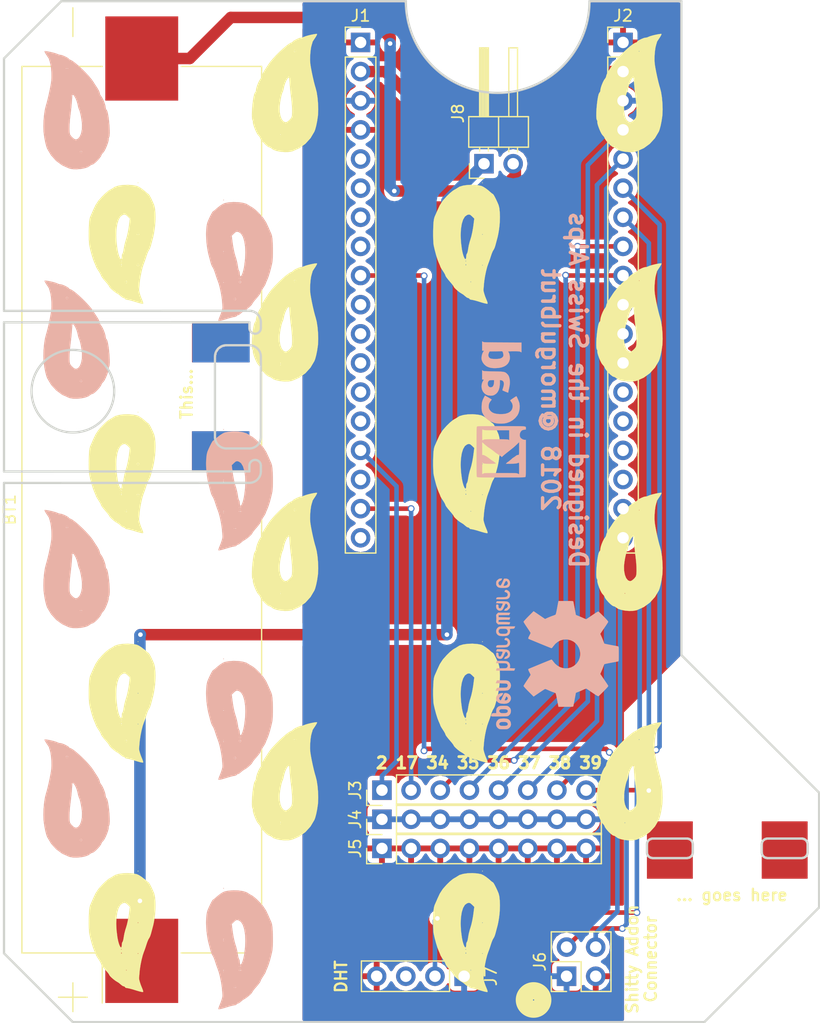
<source format=kicad_pcb>
(kicad_pcb (version 4) (host pcbnew 4.0.7)
  (layers (0 F.Cu signal) (31 B.Cu signal) (34 B.Paste user) (35 F.Paste user) (36 B.SilkS user) (37 F.SilkS user) (38 B.Mask user) (39 F.Mask user) (44 Edge.Cuts user))
  (net 0 "")
  (net 1 GND)
  (net 2 +5V)
  (net 3 +3V3)
  (net 4 "Net-(J1-Pad5)")
  (net 5 "Net-(J1-Pad6)")
  (net 6 "Net-(J1-Pad7)")
  (net 7 "Net-(J1-Pad8)")
  (net 8 SCL)
  (net 9 "Net-(J1-Pad10)")
  (net 10 23)
  (net 11 "Net-(J1-Pad12)")
  (net 12 "Net-(J1-Pad13)")
  (net 13 "Net-(J1-Pad14)")
  (net 14 2)
  (net 15 "Net-(J1-Pad16)")
  (net 16 17)
  (net 17 "Net-(J1-Pad18)")
  (net 18 36)
  (net 19 37)
  (net 20 38)
  (net 21 39)
  (net 22 34)
  (net 23 35)
  (net 24 "Net-(J2-Pad10)")
  (net 25 "Net-(J2-Pad11)")
  (net 26 DAC2)
  (net 27 "Net-(J2-Pad13)")
  (net 28 "Net-(J2-Pad14)")
  (net 29 "Net-(J2-Pad15)")
  (net 30 12)
  (net 31 DHT_D)
  (net 32 SDA)
  (net 33 "Net-(J7-Pad3)")
  (net 34 "Net-(BT1-Pad1)")
  (net 35 "Net-(BT1-Pad2)")
  (module Libs:gl_1 (layer F.Cu) (at 136.3 91 90)
    (fp_text reference G*** hide)
    (fp_text value LOGO hide)
  )
  (module Libs:gl_1 (layer F.Cu) (at 136.3 111 90)
    (fp_text reference G*** hide)
    (fp_text value LOGO hide)
  )
  (module Libs:gl_2 (layer F.Cu) (at 136.3 91 90)
    (fp_text reference G*** hide)
    (fp_text value LOGO hide)
  )
  (module Libs:gl_1 (layer F.Cu) (at 106.3 91 90)
    (fp_text reference G*** hide)
    (fp_text value LOGO hide)
  )
  (module Libs:gl_2 (layer F.Cu) (at 106.3 91 90)
    (fp_text reference G*** hide)
    (fp_text value LOGO hide)
  )
  (module Libs:gl_1 (layer F.Cu) (at 106.3 111 90)
    (fp_text reference G*** hide)
    (fp_text value LOGO hide)
  )
  (module Libs:gl_2 (layer F.Cu) (at 136.3 111 90)
    (fp_text reference G*** hide)
    (fp_text value LOGO hide)
  )
  (module Libs:gl_2 (layer F.Cu) (at 106.3 111 90)
    (fp_text reference G*** hide)
    (fp_text value LOGO hide)
  )
  (module Libs:gl_2 (layer F.Cu) (at 136.3 131 90)
    (fp_text reference G*** hide)
    (fp_text value LOGO hide)
  )
  (module Libs:gl_1 (layer F.Cu) (at 136.3 131 90)
    (fp_text reference G*** hide)
    (fp_text value LOGO hide)
  )
  (module Libs:gl_2 (layer F.Cu) (at 136.3 151 90)
    (fp_text reference G*** hide)
    (fp_text value LOGO hide)
  )
  (module Libs:gl_1 (layer F.Cu) (at 136.3 151 90)
    (fp_text reference G*** hide)
    (fp_text value LOGO hide)
  )
  (module Libs:gl_2 (layer F.Cu) (at 106.3 131 90)
    (fp_text reference G*** hide)
    (fp_text value LOGO hide)
  )
  (module Libs:gl_1 (layer F.Cu) (at 106.3 131 90)
    (fp_text reference G*** hide)
    (fp_text value LOGO hide)
  )
  (module Libs:gl_2 (layer B.Cu) (at 102.5 92.5 90)
    (fp_text reference G*** hide)
    (fp_text value LOGO hide)
  )
  (module Libs:gl_2 (layer B.Cu) (at 102.5 112.5 90)
    (fp_text reference G*** hide)
    (fp_text value LOGO hide)
  )
  (module Libs:gl_2 (layer B.Cu) (at 102.5 132.5 90)
    (fp_text reference G*** hide)
    (fp_text value LOGO hide)
  )
  (module Libs:gl_1 (layer B.Cu) (at 102.5 92.5 90)
    (fp_text reference G*** hide)
    (fp_text value LOGO hide)
  )
  (module Libs:gl_1 (layer B.Cu) (at 102.5 112.5 90)
    (fp_text reference G*** hide)
    (fp_text value LOGO hide)
  )
  (module Libs:gl_1 (layer B.Cu) (at 102.5 132.5 90)
    (fp_text reference G*** hide)
    (fp_text value LOGO hide)
  )
  (module Socket_Strips:Socket_Strip_Straight_1x18_Pitch2.54mm (layer F.Cu) (at 120.06 79.6)
    (fp_text reference J1 (at 0 -2.33) (layer F.SilkS))
    (fp_text value Conn_01x18_Female)
    (pad 1 thru_hole rect (at 0 0) (size 1.7 1.7) (drill 1) (layers *.Cu *.Mask) (net 1 GND))
    (pad 2 thru_hole oval (at 0 2.54) (size 1.7 1.7) (drill 1) (layers *.Cu *.Mask) (net 2 +5V))
    (pad 3 thru_hole oval (at 0 5.08) (size 1.7 1.7) (drill 1) (layers *.Cu *.Mask) (net 3 +3V3))
    (pad 4 thru_hole oval (at 0 7.62) (size 1.7 1.7) (drill 1) (layers *.Cu *.Mask) (net 1 GND))
    (pad 5 thru_hole oval (at 0 10.16) (size 1.7 1.7) (drill 1) (layers *.Cu *.Mask) (net 4 "Net-(J1-Pad5)"))
    (pad 6 thru_hole oval (at 0 12.7) (size 1.7 1.7) (drill 1) (layers *.Cu *.Mask) (net 5 "Net-(J1-Pad6)"))
    (pad 7 thru_hole oval (at 0 15.24) (size 1.7 1.7) (drill 1) (layers *.Cu *.Mask) (net 6 "Net-(J1-Pad7)"))
    (pad 8 thru_hole oval (at 0 17.78) (size 1.7 1.7) (drill 1) (layers *.Cu *.Mask) (net 7 "Net-(J1-Pad8)"))
    (pad 9 thru_hole oval (at 0 20.32) (size 1.7 1.7) (drill 1) (layers *.Cu *.Mask) (net 8 SCL))
    (pad 10 thru_hole oval (at 0 22.86) (size 1.7 1.7) (drill 1) (layers *.Cu *.Mask) (net 9 "Net-(J1-Pad10)"))
    (pad 11 thru_hole oval (at 0 25.4) (size 1.7 1.7) (drill 1) (layers *.Cu *.Mask) (net 10 23))
    (pad 12 thru_hole oval (at 0 27.94) (size 1.7 1.7) (drill 1) (layers *.Cu *.Mask) (net 11 "Net-(J1-Pad12)"))
    (pad 13 thru_hole oval (at 0 30.48) (size 1.7 1.7) (drill 1) (layers *.Cu *.Mask) (net 12 "Net-(J1-Pad13)"))
    (pad 14 thru_hole oval (at 0 33.02) (size 1.7 1.7) (drill 1) (layers *.Cu *.Mask) (net 13 "Net-(J1-Pad14)"))
    (pad 15 thru_hole oval (at 0 35.56) (size 1.7 1.7) (drill 1) (layers *.Cu *.Mask) (net 14 2))
    (pad 16 thru_hole oval (at 0 38.1) (size 1.7 1.7) (drill 1) (layers *.Cu *.Mask) (net 15 "Net-(J1-Pad16)"))
    (pad 17 thru_hole oval (at 0 40.64) (size 1.7 1.7) (drill 1) (layers *.Cu *.Mask) (net 16 17))
    (pad 18 thru_hole oval (at 0 43.18) (size 1.7 1.7) (drill 1) (layers *.Cu *.Mask) (net 17 "Net-(J1-Pad18)"))
  )
  (module Socket_Strips:Socket_Strip_Straight_1x18_Pitch2.54mm (layer F.Cu) (at 142.92 79.6)
    (fp_text reference J2 (at 0 -2.33) (layer F.SilkS))
    (fp_text value Conn_01x18_Female)
    (pad 1 thru_hole rect (at 0 0) (size 1.7 1.7) (drill 1) (layers *.Cu *.Mask) (net 1 GND))
    (pad 2 thru_hole oval (at 0 2.54) (size 1.7 1.7) (drill 1) (layers *.Cu *.Mask) (net 2 +5V))
    (pad 3 thru_hole oval (at 0 5.08) (size 1.7 1.7) (drill 1) (layers *.Cu *.Mask) (net 3 +3V3))
    (pad 4 thru_hole oval (at 0 7.62) (size 1.7 1.7) (drill 1) (layers *.Cu *.Mask) (net 18 36))
    (pad 5 thru_hole oval (at 0 10.16) (size 1.7 1.7) (drill 1) (layers *.Cu *.Mask) (net 19 37))
    (pad 6 thru_hole oval (at 0 12.7) (size 1.7 1.7) (drill 1) (layers *.Cu *.Mask) (net 20 38))
    (pad 7 thru_hole oval (at 0 15.24) (size 1.7 1.7) (drill 1) (layers *.Cu *.Mask) (net 21 39))
    (pad 8 thru_hole oval (at 0 17.78) (size 1.7 1.7) (drill 1) (layers *.Cu *.Mask) (net 22 34))
    (pad 9 thru_hole oval (at 0 20.32) (size 1.7 1.7) (drill 1) (layers *.Cu *.Mask) (net 23 35))
    (pad 10 thru_hole oval (at 0 22.86) (size 1.7 1.7) (drill 1) (layers *.Cu *.Mask) (net 24 "Net-(J2-Pad10)"))
    (pad 11 thru_hole oval (at 0 25.4) (size 1.7 1.7) (drill 1) (layers *.Cu *.Mask) (net 25 "Net-(J2-Pad11)"))
    (pad 12 thru_hole oval (at 0 27.94) (size 1.7 1.7) (drill 1) (layers *.Cu *.Mask) (net 26 DAC2))
    (pad 13 thru_hole oval (at 0 30.48) (size 1.7 1.7) (drill 1) (layers *.Cu *.Mask) (net 27 "Net-(J2-Pad13)"))
    (pad 14 thru_hole oval (at 0 33.02) (size 1.7 1.7) (drill 1) (layers *.Cu *.Mask) (net 28 "Net-(J2-Pad14)"))
    (pad 15 thru_hole oval (at 0 35.56) (size 1.7 1.7) (drill 1) (layers *.Cu *.Mask) (net 29 "Net-(J2-Pad15)"))
    (pad 16 thru_hole oval (at 0 38.1) (size 1.7 1.7) (drill 1) (layers *.Cu *.Mask) (net 30 12))
    (pad 17 thru_hole oval (at 0 40.64) (size 1.7 1.7) (drill 1) (layers *.Cu *.Mask) (net 31 DHT_D))
    (pad 18 thru_hole oval (at 0 43.18) (size 1.7 1.7) (drill 1) (layers *.Cu *.Mask) (net 32 SDA))
  )
  (module Pin_Headers:Pin_Header_Straight_1x08_Pitch2.54mm (layer F.Cu) (at 121.92 144.78 90)
    (fp_text reference J3 (at 0 -2.33 90) (layer F.SilkS))
    (fp_text value Conn_01x08)
    (pad 1 thru_hole rect (at 0 0 90) (size 1.7 1.7) (drill 1) (layers *.Cu *.Mask) (net 14 2))
    (pad 2 thru_hole oval (at 0 2.54 90) (size 1.7 1.7) (drill 1) (layers *.Cu *.Mask) (net 16 17))
    (pad 3 thru_hole oval (at 0 5.08 90) (size 1.7 1.7) (drill 1) (layers *.Cu *.Mask) (net 22 34))
    (pad 4 thru_hole oval (at 0 7.62 90) (size 1.7 1.7) (drill 1) (layers *.Cu *.Mask) (net 23 35))
    (pad 5 thru_hole oval (at 0 10.16 90) (size 1.7 1.7) (drill 1) (layers *.Cu *.Mask) (net 18 36))
    (pad 6 thru_hole oval (at 0 12.7 90) (size 1.7 1.7) (drill 1) (layers *.Cu *.Mask) (net 19 37))
    (pad 7 thru_hole oval (at 0 15.24 90) (size 1.7 1.7) (drill 1) (layers *.Cu *.Mask) (net 20 38))
    (pad 8 thru_hole oval (at 0 17.78 90) (size 1.7 1.7) (drill 1) (layers *.Cu *.Mask) (net 21 39))
  )
  (module Pin_Headers:Pin_Header_Straight_1x08_Pitch2.54mm (layer F.Cu) (at 121.92 147.32 90)
    (fp_text reference J4 (at 0 -2.33 90) (layer F.SilkS))
    (fp_text value Conn_01x08)
    (pad 1 thru_hole rect (at 0 0 90) (size 1.7 1.7) (drill 1) (layers *.Cu *.Mask) (net 3 +3V3))
    (pad 2 thru_hole oval (at 0 2.54 90) (size 1.7 1.7) (drill 1) (layers *.Cu *.Mask) (net 3 +3V3))
    (pad 3 thru_hole oval (at 0 5.08 90) (size 1.7 1.7) (drill 1) (layers *.Cu *.Mask) (net 3 +3V3))
    (pad 4 thru_hole oval (at 0 7.62 90) (size 1.7 1.7) (drill 1) (layers *.Cu *.Mask) (net 3 +3V3))
    (pad 5 thru_hole oval (at 0 10.16 90) (size 1.7 1.7) (drill 1) (layers *.Cu *.Mask) (net 3 +3V3))
    (pad 6 thru_hole oval (at 0 12.7 90) (size 1.7 1.7) (drill 1) (layers *.Cu *.Mask) (net 3 +3V3))
    (pad 7 thru_hole oval (at 0 15.24 90) (size 1.7 1.7) (drill 1) (layers *.Cu *.Mask) (net 3 +3V3))
    (pad 8 thru_hole oval (at 0 17.78 90) (size 1.7 1.7) (drill 1) (layers *.Cu *.Mask) (net 3 +3V3))
  )
  (module Pin_Headers:Pin_Header_Straight_1x08_Pitch2.54mm (layer F.Cu) (at 121.92 149.86 90)
    (fp_text reference J5 (at 0 -2.33 90) (layer F.SilkS))
    (fp_text value Conn_01x08)
    (pad 1 thru_hole rect (at 0 0 90) (size 1.7 1.7) (drill 1) (layers *.Cu *.Mask) (net 1 GND))
    (pad 2 thru_hole oval (at 0 2.54 90) (size 1.7 1.7) (drill 1) (layers *.Cu *.Mask) (net 1 GND))
    (pad 3 thru_hole oval (at 0 5.08 90) (size 1.7 1.7) (drill 1) (layers *.Cu *.Mask) (net 1 GND))
    (pad 4 thru_hole oval (at 0 7.62 90) (size 1.7 1.7) (drill 1) (layers *.Cu *.Mask) (net 1 GND))
    (pad 5 thru_hole oval (at 0 10.16 90) (size 1.7 1.7) (drill 1) (layers *.Cu *.Mask) (net 1 GND))
    (pad 6 thru_hole oval (at 0 12.7 90) (size 1.7 1.7) (drill 1) (layers *.Cu *.Mask) (net 1 GND))
    (pad 7 thru_hole oval (at 0 15.24 90) (size 1.7 1.7) (drill 1) (layers *.Cu *.Mask) (net 1 GND))
    (pad 8 thru_hole oval (at 0 17.78 90) (size 1.7 1.7) (drill 1) (layers *.Cu *.Mask) (net 1 GND))
  )
  (module Pin_Headers:Pin_Header_Straight_2x02_Pitch2.54mm (layer F.Cu) (at 138 161 90)
    (fp_text reference J6 (at 1.27 -2.33 90) (layer F.SilkS))
    (fp_text value Conn_02x02_Top_Bottom)
    (pad 1 thru_hole rect (at 0 0 90) (size 1.7 1.7) (drill 1) (layers *.Cu *.Mask) (net 3 +3V3))
    (pad 2 thru_hole oval (at 2.54 0 90) (size 1.7 1.7) (drill 1) (layers *.Cu *.Mask) (net 32 SDA))
    (pad 3 thru_hole oval (at 0 2.54 90) (size 1.7 1.7) (drill 1) (layers *.Cu *.Mask) (net 1 GND))
    (pad 4 thru_hole oval (at 2.54 2.54 90) (size 1.7 1.7) (drill 1) (layers *.Cu *.Mask) (net 8 SCL))
  )
  (module Pin_Headers:Pin_Header_Straight_1x04_Pitch2.54mm (layer F.Cu) (at 129.08 161 270)
    (fp_text reference J7 (at 0 -2.33 270) (layer F.SilkS))
    (fp_text value Conn_01x04)
    (pad 1 thru_hole rect (at 0 0 270) (size 1.7 1.7) (drill 1) (layers *.Cu *.Mask) (net 3 +3V3))
    (pad 2 thru_hole oval (at 0 2.54 270) (size 1.7 1.7) (drill 1) (layers *.Cu *.Mask) (net 31 DHT_D))
    (pad 3 thru_hole oval (at 0 5.08 270) (size 1.7 1.7) (drill 1) (layers *.Cu *.Mask) (net 33 "Net-(J7-Pad3)"))
    (pad 4 thru_hole oval (at 0 7.62 270) (size 1.7 1.7) (drill 1) (layers *.Cu *.Mask) (net 1 GND))
  )
  (module Battery_Holders:Keystone_1042_1x18650 (layer F.Cu) (at 101 120.33 90)
    (fp_text reference BT1 (at 0 -11.5 90) (layer F.SilkS))
    (fp_text value Battery_Cell)
    (pad 1 smd rect (at -39.33 0 90) (size 7.34 6.35) (layers F.Cu F.Paste F.Mask) (net 34 "Net-(BT1-Pad1)"))
    (pad 2 smd rect (at 39.33 0 90) (size 7.34 6.35) (layers F.Cu F.Paste F.Mask) (net 35 "Net-(BT1-Pad2)"))
    (pad "" np_thru_hole circle (at 27.6 -8 90) (size 3.45 3.45) (drill 3.45) (layers *.Cu *.Mask))
    (pad "" np_thru_hole circle (at -27.6 8 90) (size 3.45 3.45) (drill 3.45) (layers *.Cu *.Mask))
    (pad "" np_thru_hole circle (at -35.93 -8 90) (size 2.39 2.39) (drill 2.39) (layers *.Cu *.Mask))
  )
  (module Pin_Headers:Pin_Header_Angled_1x02_Pitch2.54mm (layer F.Cu) (at 130.81 90.17 90)
    (fp_text reference J8 (at 4.385 -2.27 90) (layer F.SilkS))
    (fp_text value Conn_01x02)
    (pad 1 thru_hole rect (at 0 0 90) (size 1.7 1.7) (drill 1) (layers *.Cu *.Mask) (net 34 "Net-(BT1-Pad1)"))
    (pad 2 thru_hole oval (at 0 2.54 90) (size 1.7 1.7) (drill 1) (layers *.Cu *.Mask) (net 35 "Net-(BT1-Pad2)"))
  )
  (module Symbols:OSHW-Logo2_14.6x12mm_SilkScreen (layer B.Cu) (at 137 132.9 90)
    (fp_text reference REF*** hide)
    (fp_text value OSHW-Logo2_14.6x12mm_SilkScreen hide)
  )
  (module Symbols:Symbol_KiCAD-Logo_CopperAndSilkScreenTop (layer B.Cu) (at 132.5 111.6 90)
    (fp_text reference REF** hide)
    (fp_text value "KiCAD Logo" hide)
  )
  (module Libs:gl_1 (layer B.Cu) (at 102.5 152.5 90)
    (fp_text reference G*** hide)
    (fp_text value LOGO hide)
  )
  (module Libs:gl_2 (layer B.Cu) (at 102.5 152.5 90)
    (fp_text reference G*** hide)
    (fp_text value LOGO hide)
  )
  (module Libs:gl_2 (layer F.Cu) (at 106.3 151 90)
    (fp_text reference G*** hide)
    (fp_text value LOGO hide)
  )
  (module Libs:gl_1 (layer F.Cu) (at 106.3 151 90)
    (fp_text reference G*** hide)
    (fp_text value LOGO hide)
  )
  (gr_text "... goes here" (at 152.4 153.924) (layer F.SilkS) (effects (font (size 1 1) (thickness 0.2))))
  (gr_text This... (at 104.902 110.236 90) (layer F.SilkS) (effects (font (size 1 1) (thickness 0.2))))
  (gr_text DHT (at 118.364 161.036 90) (layer F.SilkS) (effects (font (size 1 1) (thickness 0.2))))
  (gr_text "Shitty Addon\nConnector" (at 144.526 159.512 90) (layer F.SilkS) (effects (font (size 1 1) (thickness 0.2))))
  (gr_circle (center 135.128 163.068) (end 135.89 163.322) (layer F.SilkS) (width 1.5))
  (gr_text "Designed in the Swiss Alps\n2018 @morgulbrut" (at 137.8 109.9 270) (layer B.SilkS) (effects (font (size 1.5 1.5) (thickness 0.3)) (justify mirror)))
  (gr_text "2 17 34 35 36 37 38 39" (at 131.2418 142.4051) (layer F.SilkS) (effects (font (size 1 1) (thickness 0.25))))
  (gr_arc (start 132 76) (end 140 76) (angle 180) (layer Edge.Cuts) (width 0.2))
  (gr_line (start 89 103) (end 89 81) (layer Edge.Cuts) (width 0.2))
  (gr_line (start 148 76) (end 140 76) (layer Edge.Cuts) (width 0.2))
  (gr_line (start 148 133) (end 148 76) (layer Edge.Cuts) (width 0.2))
  (gr_line (start 160 145) (end 148 133) (layer Edge.Cuts) (width 0.2))
  (gr_line (start 160 155) (end 160 145) (layer Edge.Cuts) (width 0.2))
  (gr_line (start 150 165) (end 160 155) (layer Edge.Cuts) (width 0.2))
  (gr_line (start 95 165) (end 150 165) (layer Edge.Cuts) (width 0.2))
  (gr_line (start 89 159) (end 95 165) (layer Edge.Cuts) (width 0.2))
  (gr_line (start 89 118) (end 89 159) (layer Edge.Cuts) (width 0.2))
  (gr_line (start 94 76) (end 89 81) (layer Edge.Cuts) (width 0.2))
  (gr_line (start 124 76) (end 94 76) (layer Edge.Cuts) (width 0.2))
  (gr_circle (center 95 110) (end 98.6 110) (layer Edge.Cuts) (width 0.2))
  (gr_line (start 155 149.5) (end 155 150.2) (layer Edge.Cuts) (width 0.2))
  (gr_arc (start 155.5 150.2) (end 155.5 150.7) (angle 90) (layer Edge.Cuts) (width 0.2))
  (gr_arc (start 155.5 149.5) (end 155 149.5) (angle 90) (layer Edge.Cuts) (width 0.2))
  (gr_line (start 149 149.5) (end 149 150.2) (layer Edge.Cuts) (width 0.2))
  (gr_arc (start 148.5 150.2) (end 149 150.2) (angle 90) (layer Edge.Cuts) (width 0.2))
  (gr_arc (start 148.5 149.5) (end 148.5 149) (angle 90) (layer Edge.Cuts) (width 0.2))
  (gr_line (start 145 149.5) (end 145 150.2) (layer Edge.Cuts) (width 0.2))
  (gr_arc (start 145.5 150.2) (end 145.5 150.7) (angle 90) (layer Edge.Cuts) (width 0.2))
  (gr_arc (start 145.5 149.5) (end 145 149.5) (angle 90) (layer Edge.Cuts) (width 0.2))
  (gr_line (start 159 149.5) (end 159 150.2) (layer Edge.Cuts) (width 0.2))
  (gr_arc (start 158.5 150.2) (end 159 150.2) (angle 90) (layer Edge.Cuts) (width 0.2))
  (gr_arc (start 158.5 149.5) (end 158.5 149) (angle 90) (layer Edge.Cuts) (width 0.2))
  (gr_line (start 145.5 150.7) (end 148.5 150.7) (layer Edge.Cuts) (width 0.2))
  (gr_line (start 145.5 149) (end 148.5 149) (layer Edge.Cuts) (width 0.2))
  (gr_line (start 155.5 150.7) (end 158.5 150.7) (layer Edge.Cuts) (width 0.2))
  (gr_line (start 155.5 149) (end 158.5 149) (layer Edge.Cuts) (width 0.2))
  (gr_line (start 110.373969 116.491801) (end 110.373969 116.991801) (layer Edge.Cuts) (width 0.2))
  (gr_line (start 111.373969 116.491801) (end 111.373969 116.991801) (layer Edge.Cuts) (width 0.2))
  (gr_line (start 110.373969 103.991801) (end 110.373969 104.491801) (layer Edge.Cuts) (width 0.2))
  (gr_line (start 111.373969 103.991801) (end 111.373969 104.491801) (layer Edge.Cuts) (width 0.2))
  (gr_line (start 110.373969 105.991801) (end 108.373969 105.991801) (layer Edge.Cuts) (width 0.2))
  (gr_line (start 110.373969 114.991801) (end 108.373969 114.991801) (layer Edge.Cuts) (width 0.2))
  (gr_arc (start 110.373969 106.991801) (end 110.373969 105.991801) (angle 89.9) (layer Edge.Cuts) (width 0.2))
  (gr_arc (start 108.373969 106.991801) (end 107.373969 106.991801) (angle 90) (layer Edge.Cuts) (width 0.2))
  (gr_arc (start 108.373969 113.991801) (end 108.373969 114.991801) (angle 90) (layer Edge.Cuts) (width 0.2))
  (gr_arc (start 110.373969 113.991801) (end 111.373969 113.991801) (angle 90) (layer Edge.Cuts) (width 0.2))
  (gr_line (start 89 104) (end 89 117) (layer Edge.Cuts) (width 0.2))
  (gr_line (start 107.373969 113.991801) (end 107.373969 106.991801) (layer Edge.Cuts) (width 0.2))
  (gr_line (start 111.373969 106.991801) (end 111.373969 113.991801) (layer Edge.Cuts) (width 0.2))
  (gr_arc (start 110.873969 116.491801) (end 110.373969 116.491801) (angle 180) (layer Edge.Cuts) (width 0.2))
  (gr_arc (start 110.873969 104.491801) (end 111.373969 104.491801) (angle 180) (layer Edge.Cuts) (width 0.2))
  (gr_line (start 89 117) (end 110.373969 116.991801) (layer Edge.Cuts) (width 0.2))
  (gr_line (start 110.373969 103.991801) (end 89 104) (layer Edge.Cuts) (width 0.2))
  (gr_arc (start 110.373969 103.991801) (end 110.373969 102.991801) (angle 89.9) (layer Edge.Cuts) (width 0.2))
  (gr_arc (start 110.373969 116.991801) (end 111.373969 116.991801) (angle 90) (layer Edge.Cuts) (width 0.2))
  (gr_line (start 89 118) (end 110.373969 117.991801) (layer Edge.Cuts) (width 0.2))
  (gr_line (start 89 103) (end 110.373969 102.991801) (layer Edge.Cuts) (width 0.2))
  (segment (start 120.06 82.14) (end 122.224797 82.14) (width 1) (layer F.Cu) (net 2))
  (segment (start 122.224797 82.14) (end 126.928469 86.843672) (width 1) (layer F.Cu) (net 2))
  (segment (start 126.928469 86.843672) (end 136.640615 86.843672) (width 1) (layer F.Cu) (net 2))
  (segment (start 136.640615 86.843672) (end 141.344287 82.14) (width 1) (layer F.Cu) (net 2))
  (segment (start 141.344287 82.14) (end 142.92 82.14) (width 1) (layer F.Cu) (net 2))
  (segment (start 140.54 158.46) (end 140.54 157.257919) (width 0.4) (layer B.Cu) (net 8))
  (segment (start 142.427806 155.370113) (end 142.427806 142.173806) (width 0.4) (layer B.Cu) (net 8))
  (segment (start 142.427806 142.173806) (end 141.732 141.478) (width 0.4) (layer B.Cu) (net 8))
  (segment (start 140.54 157.257919) (end 142.427806 155.370113) (width 0.4) (layer B.Cu) (net 8))
  (segment (start 120.06 99.92) (end 125.563688 99.92) (width 0.4) (layer F.Cu) (net 8))
  (via (at 125.589533 99.945845) (size 0.6) (drill 0.4) (layers F.Cu B.Cu) (net 8))
  (segment (start 125.563688 99.92) (end 125.589533 99.945845) (width 0.4) (layer F.Cu) (net 8))
  (segment (start 125.563688 99.92) (end 125.589533 99.945845) (width 0.4) (layer B.Cu) (net 8))
  (segment (start 125.589533 99.945845) (end 125.589533 140.922128) (width 0.4) (layer B.Cu) (net 8))
  (segment (start 125.589533 140.922128) (end 125.589533 141.346392) (width 0.4) (layer B.Cu) (net 8))
  (segment (start 125.757924 141.178001) (end 125.589533 141.346392) (width 0.4) (layer F.Cu) (net 8))
  (segment (start 141.432001 141.178001) (end 125.757924 141.178001) (width 0.4) (layer F.Cu) (net 8))
  (segment (start 141.732 141.478) (end 141.432001 141.178001) (width 0.4) (layer F.Cu) (net 8))
  (via (at 125.589533 141.346392) (size 0.6) (drill 0.4) (layers F.Cu B.Cu) (net 8))
  (via (at 141.732 141.478) (size 0.6) (drill 0.4) (layers F.Cu B.Cu) (net 8))
  (segment (start 123.19 142.26) (end 123.19 118.29) (width 0.4) (layer B.Cu) (net 14))
  (segment (start 123.19 118.29) (end 120.06 115.16) (width 0.4) (layer B.Cu) (net 14))
  (segment (start 121.92 144.78) (end 121.92 143.53) (width 0.4) (layer B.Cu) (net 14))
  (segment (start 121.92 143.53) (end 123.19 142.26) (width 0.4) (layer B.Cu) (net 14))
  (segment (start 120.06 120.24) (end 124.46 120.24) (width 0.4) (layer F.Cu) (net 16))
  (via (at 124.46 120.24) (size 0.6) (drill 0.4) (layers F.Cu B.Cu) (net 16))
  (segment (start 124.46 144.78) (end 124.46 120.24) (width 0.4) (layer B.Cu) (net 16))
  (segment (start 132.08 144.78) (end 132.929999 143.930001) (width 0.4) (layer B.Cu) (net 18))
  (segment (start 139.854598 90.285402) (end 142.070001 88.069999) (width 0.4) (layer B.Cu) (net 18))
  (segment (start 132.963497 143.930001) (end 139.854598 137.0389) (width 0.4) (layer B.Cu) (net 18))
  (segment (start 132.929999 143.930001) (end 132.963497 143.930001) (width 0.4) (layer B.Cu) (net 18))
  (segment (start 139.854598 137.0389) (end 139.854598 90.285402) (width 0.4) (layer B.Cu) (net 18))
  (segment (start 142.070001 88.069999) (end 142.92 87.22) (width 0.4) (layer B.Cu) (net 18))
  (segment (start 140.654609 92.025391) (end 140.654609 138.745391) (width 0.4) (layer B.Cu) (net 19))
  (segment (start 142.92 89.76) (end 140.654609 92.025391) (width 0.4) (layer B.Cu) (net 19))
  (segment (start 135.469999 143.930001) (end 134.62 144.78) (width 0.4) (layer B.Cu) (net 19))
  (segment (start 140.654609 138.745391) (end 135.469999 143.930001) (width 0.4) (layer B.Cu) (net 19))
  (segment (start 146.102157 140.967884) (end 145.802158 141.267883) (width 0.4) (layer B.Cu) (net 20))
  (segment (start 146.102157 95.482157) (end 146.102157 140.967884) (width 0.4) (layer B.Cu) (net 20))
  (segment (start 142.92 92.3) (end 146.102157 95.482157) (width 0.4) (layer B.Cu) (net 20))
  (segment (start 145.502159 141.567882) (end 145.802158 141.267883) (width 0.4) (layer F.Cu) (net 20))
  (segment (start 139.462891 142.477109) (end 144.592932 142.477109) (width 0.4) (layer F.Cu) (net 20))
  (segment (start 137.16 144.78) (end 139.462891 142.477109) (width 0.4) (layer F.Cu) (net 20))
  (via (at 145.802158 141.267883) (size 0.6) (drill 0.4) (layers F.Cu B.Cu) (net 20))
  (segment (start 144.592932 142.477109) (end 145.502159 141.567882) (width 0.4) (layer F.Cu) (net 20))
  (segment (start 145.163802 141.990838) (end 145.163802 144.389535) (width 0.4) (layer B.Cu) (net 21))
  (segment (start 145.170012 97.090012) (end 145.170012 140.597336) (width 0.4) (layer B.Cu) (net 21))
  (segment (start 142.92 94.84) (end 145.170012 97.090012) (width 0.4) (layer B.Cu) (net 21))
  (segment (start 144.902157 140.865191) (end 144.902157 141.729193) (width 0.4) (layer B.Cu) (net 21))
  (segment (start 144.902157 141.729193) (end 145.163802 141.990838) (width 0.4) (layer B.Cu) (net 21))
  (segment (start 145.163802 144.389535) (end 145.163802 144.813799) (width 0.4) (layer B.Cu) (net 21))
  (segment (start 145.170012 140.597336) (end 144.902157 140.865191) (width 0.4) (layer B.Cu) (net 21))
  (segment (start 145.130003 144.78) (end 145.163802 144.813799) (width 0.4) (layer F.Cu) (net 21))
  (segment (start 139.7 144.78) (end 145.130003 144.78) (width 0.4) (layer F.Cu) (net 21))
  (via (at 145.163802 144.813799) (size 0.6) (drill 0.4) (layers F.Cu B.Cu) (net 21))
  (segment (start 133.738559 141.882131) (end 133.43856 142.18213) (width 0.4) (layer B.Cu) (net 22))
  (segment (start 138.954588 136.666102) (end 133.738559 141.882131) (width 0.4) (layer B.Cu) (net 22))
  (segment (start 133.014296 142.18213) (end 133.43856 142.18213) (width 0.4) (layer F.Cu) (net 22))
  (segment (start 129.59787 142.18213) (end 133.014296 142.18213) (width 0.4) (layer F.Cu) (net 22))
  (segment (start 127 144.78) (end 129.59787 142.18213) (width 0.4) (layer F.Cu) (net 22))
  (via (at 133.43856 142.18213) (size 0.6) (drill 0.4) (layers F.Cu B.Cu) (net 22))
  (segment (start 138.954588 97.372364) (end 138.954588 136.666102) (width 0.4) (layer B.Cu) (net 22))
  (segment (start 142.92 97.38) (end 138.962224 97.38) (width 0.4) (layer F.Cu) (net 22))
  (via (at 138.954588 97.372364) (size 0.6) (drill 0.4) (layers F.Cu B.Cu) (net 22))
  (segment (start 138.962224 97.38) (end 138.954588 97.372364) (width 0.4) (layer F.Cu) (net 22))
  (segment (start 129.54 144.592448) (end 137.92756 136.204888) (width 0.4) (layer B.Cu) (net 23))
  (segment (start 137.92756 136.204888) (end 137.92756 100.320988) (width 0.4) (layer B.Cu) (net 23))
  (segment (start 137.92289 100.316318) (end 137.92289 99.892054) (width 0.4) (layer B.Cu) (net 23))
  (segment (start 137.92756 100.320988) (end 137.92289 100.316318) (width 0.4) (layer B.Cu) (net 23))
  (segment (start 129.54 144.78) (end 129.54 144.592448) (width 0.4) (layer B.Cu) (net 23))
  (segment (start 137.950836 99.92) (end 137.92289 99.892054) (width 0.4) (layer F.Cu) (net 23))
  (via (at 137.92289 99.892054) (size 0.6) (drill 0.4) (layers F.Cu B.Cu) (net 23))
  (segment (start 142.92 99.92) (end 137.950836 99.92) (width 0.4) (layer F.Cu) (net 23))
  (segment (start 142.92 120.24) (end 144.370001 121.690001) (width 0.4) (layer B.Cu) (net 31))
  (segment (start 144.127827 155.023736) (end 144.127827 155.448) (width 0.4) (layer B.Cu) (net 31))
  (segment (start 144.370001 121.690001) (end 144.370001 140.265961) (width 0.4) (layer B.Cu) (net 31))
  (segment (start 144.370001 140.265961) (end 144.102146 140.533816) (width 0.4) (layer B.Cu) (net 31))
  (segment (start 144.102146 140.533816) (end 144.102146 142.104532) (width 0.4) (layer B.Cu) (net 31))
  (segment (start 144.102146 142.104532) (end 144.127827 142.130213) (width 0.4) (layer B.Cu) (net 31))
  (segment (start 144.127827 142.130213) (end 144.127827 155.023736) (width 0.4) (layer B.Cu) (net 31))
  (segment (start 126.746 155.956) (end 127.254 155.448) (width 0.4) (layer F.Cu) (net 31))
  (segment (start 143.703563 155.448) (end 144.127827 155.448) (width 0.4) (layer F.Cu) (net 31))
  (via (at 144.127827 155.448) (size 0.6) (drill 0.4) (layers F.Cu B.Cu) (net 31))
  (segment (start 127.254 155.448) (end 143.703563 155.448) (width 0.4) (layer F.Cu) (net 31))
  (segment (start 126.54 161) (end 126.54 156.162) (width 0.4) (layer B.Cu) (net 31))
  (segment (start 126.54 156.162) (end 126.746 155.956) (width 0.4) (layer B.Cu) (net 31))
  (via (at 126.746 155.956) (size 0.6) (drill 0.4) (layers F.Cu B.Cu) (net 31))
  (segment (start 142.92 122.78) (end 142.657303 123.042697) (width 0.4) (layer B.Cu) (net 32))
  (segment (start 143.227817 141.842431) (end 143.227817 156.466883) (width 0.4) (layer B.Cu) (net 32))
  (segment (start 142.657303 123.042697) (end 142.657303 141.271917) (width 0.4) (layer B.Cu) (net 32))
  (segment (start 142.657303 141.271917) (end 143.227817 141.842431) (width 0.4) (layer B.Cu) (net 32))
  (segment (start 143.227817 156.466883) (end 143.158526 156.536174) (width 0.4) (layer B.Cu) (net 32))
  (segment (start 143.158526 156.536174) (end 142.858527 156.836173) (width 0.4) (layer B.Cu) (net 32))
  (segment (start 142.434263 156.836173) (end 142.858527 156.836173) (width 0.4) (layer F.Cu) (net 32))
  (segment (start 139.623827 156.836173) (end 142.434263 156.836173) (width 0.4) (layer F.Cu) (net 32))
  (segment (start 138 158.46) (end 139.623827 156.836173) (width 0.4) (layer F.Cu) (net 32))
  (via (at 142.858527 156.836173) (size 0.6) (drill 0.4) (layers F.Cu B.Cu) (net 32))
  (segment (start 100.838 131.267782) (end 100.883814 131.221968) (width 1) (layer B.Cu) (net 34))
  (segment (start 100.838 154.432) (end 100.838 131.267782) (width 1) (layer B.Cu) (net 34))
  (segment (start 100.884907 131.223061) (end 100.883814 131.221968) (width 1) (layer F.Cu) (net 34))
  (segment (start 127.579147 131.223061) (end 100.884907 131.223061) (width 1) (layer F.Cu) (net 34))
  (via (at 100.883814 131.221968) (size 0.6) (drill 0.4) (layers F.Cu B.Cu) (net 34))
  (segment (start 127.579147 130.798797) (end 127.579147 131.223061) (width 1) (layer B.Cu) (net 34))
  (segment (start 127.579147 93.420853) (end 127.579147 130.798797) (width 1) (layer B.Cu) (net 34))
  (segment (start 131 90) (end 127.579147 93.420853) (width 1) (layer B.Cu) (net 34))
  (via (at 127.579147 131.223061) (size 0.6) (drill 0.4) (layers F.Cu B.Cu) (net 34))
  (segment (start 100.838 154.432) (end 100.838 159.498) (width 1) (layer F.Cu) (net 34))
  (segment (start 100.838 159.498) (end 101 159.66) (width 1) (layer F.Cu) (net 34))
  (via (at 100.838 154.432) (size 0.6) (drill 0.4) (layers F.Cu B.Cu) (net 34))
  (segment (start 101 81) (end 105.175 81) (width 1) (layer F.Cu) (net 35))
  (segment (start 105.175 81) (end 108.753669 77.421331) (width 1) (layer F.Cu) (net 35))
  (segment (start 108.753669 77.421331) (end 120.875283 77.421331) (width 1) (layer F.Cu) (net 35))
  (segment (start 120.875283 77.421331) (end 122.63153 79.177578) (width 1) (layer F.Cu) (net 35))
  (segment (start 122.63153 79.177578) (end 122.63153 79.272385) (width 1) (layer F.Cu) (net 35))
  (segment (start 122.63153 79.272385) (end 122.63153 79.696649) (width 1) (layer F.Cu) (net 35))
  (segment (start 122.63153 92.18624) (end 122.63153 80.120913) (width 1) (layer B.Cu) (net 35))
  (segment (start 122.99545 92.55016) (end 122.63153 92.18624) (width 1) (layer B.Cu) (net 35))
  (segment (start 122.63153 80.120913) (end 122.63153 79.696649) (width 1) (layer B.Cu) (net 35))
  (via (at 122.63153 79.696649) (size 0.6) (drill 0.4) (layers F.Cu B.Cu) (net 35))
  (segment (start 122.99545 92.55016) (end 132.191921 92.55016) (width 1) (layer F.Cu) (net 35))
  (segment (start 132.191921 92.55016) (end 133.54 91.202081) (width 1) (layer F.Cu) (net 35))
  (segment (start 133.54 91.202081) (end 133.54 90) (width 1) (layer F.Cu) (net 35))
  (via (at 122.99545 92.55016) (size 0.6) (drill 0.4) (layers F.Cu B.Cu) (net 35))
  (zone (net 0) (net_name "") (layer F.Cu) (connect_pads yes (clearance 0)) (min_thickness 0.05) (fill yes (arc_segments 16) (thermal_gap 0.06) (thermal_bridge_width 0.06))
    (polygon (pts (xy 110.373969 107.491801) (xy 105.373969 107.491801) (xy 105.373969 103.991801) (xy 109.873969 103.991801) (xy 110.373969 103.991801) (xy 110.373969 105.991801)))
  )
  (zone (net 0) (net_name "") (layer F.Cu) (connect_pads yes (clearance 0)) (min_thickness 0.05) (fill yes (mode segment) (arc_segments 16) (thermal_gap 0.06) (thermal_bridge_width 0.06))
    (polygon (pts (xy 110.373969 116.991801) (xy 105.373969 116.991801) (xy 105.373969 113.491801) (xy 109.873969 113.491801) (xy 110.373969 113.491801) (xy 110.373969 115.491801)))
  )
  (zone (net 0) (net_name "") (layer B.Cu) (connect_pads yes (clearance 0)) (min_thickness 0.05) (fill yes (arc_segments 16) (thermal_gap 0.06) (thermal_bridge_width 0.06))
    (polygon (pts (xy 110.401241 107.491801) (xy 105.401241 107.491801) (xy 105.401241 103.991801) (xy 109.901241 103.991801) (xy 110.401241 103.991801) (xy 110.401241 105.991801)))
  )
  (zone (net 0) (net_name "") (layer B.Cu) (connect_pads yes (clearance 0)) (min_thickness 0.05) (fill yes (arc_segments 16) (thermal_gap 0.06) (thermal_bridge_width 0.06))
    (polygon (pts (xy 110.373969 116.991801) (xy 105.373969 116.991801) (xy 105.373969 113.491801) (xy 109.873969 113.491801) (xy 110.373969 113.491801) (xy 110.373969 115.491801)))
  )
  (zone (net 0) (net_name "") (layer F.Cu) (connect_pads yes (clearance 0)) (min_thickness 0.05) (fill yes (arc_segments 16) (thermal_gap 0.06) (thermal_bridge_width 0.06))
    (polygon (pts (xy 149 147.5) (xy 149 152.5) (xy 145 152.5) (xy 145 147.5)))
  )
  (zone (net 0) (net_name "") (layer F.Cu) (connect_pads yes (clearance 0)) (min_thickness 0.05) (fill yes (arc_segments 16) (thermal_gap 0.06) (thermal_bridge_width 0.06))
    (polygon (pts (xy 159 147.5) (xy 159 152.5) (xy 155 152.5) (xy 155 147.5)))
  )
  (zone (net 1) (net_name GND) (layer F.Cu) (connect_pads (clearance 0)) (min_thickness 0.254) (fill yes (arc_segments 16) (thermal_gap 0.508) (thermal_bridge_width 0.508))
    (polygon (pts (xy 148 133) (xy 143 138) (xy 143 165) (xy 115 165) (xy 115 76) (xy 124 76) (xy 148 76)))
  )
  (zone (net 3) (net_name +3V3) (layer B.Cu) (connect_pads (clearance 0)) (min_thickness 0.254) (fill yes (arc_segments 16) (thermal_gap 0.508) (thermal_bridge_width 0.508))
    (polygon (pts (xy 115 76) (xy 148 76) (xy 148 133) (xy 143 138) (xy 143 165) (xy 115 165)))
  )
)
</source>
